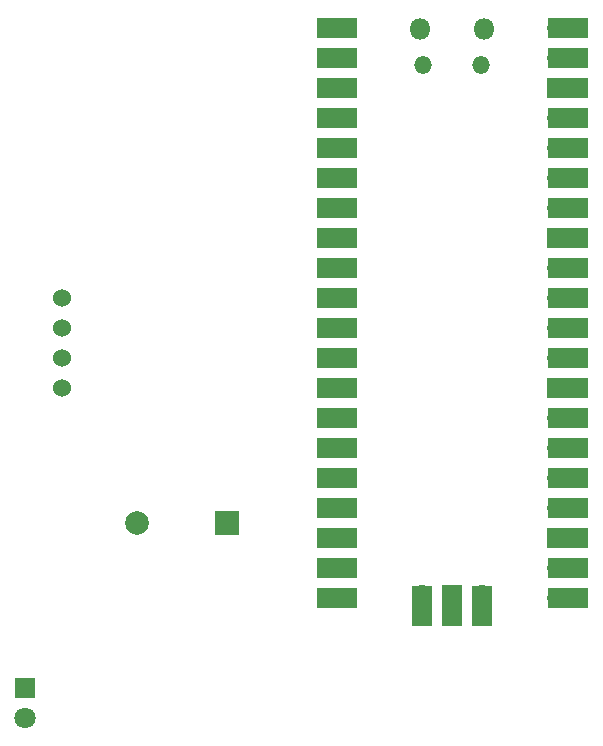
<source format=gbr>
%TF.GenerationSoftware,KiCad,Pcbnew,(7.0.0)*%
%TF.CreationDate,2023-11-05T01:23:08-04:00*%
%TF.ProjectId,Ultrasonic_ruler,556c7472-6173-46f6-9e69-635f72756c65,rev?*%
%TF.SameCoordinates,Original*%
%TF.FileFunction,Soldermask,Top*%
%TF.FilePolarity,Negative*%
%FSLAX46Y46*%
G04 Gerber Fmt 4.6, Leading zero omitted, Abs format (unit mm)*
G04 Created by KiCad (PCBNEW (7.0.0)) date 2023-11-05 01:23:08*
%MOMM*%
%LPD*%
G01*
G04 APERTURE LIST*
%ADD10C,1.530000*%
%ADD11R,2.000000X2.000000*%
%ADD12C,2.000000*%
%ADD13R,1.800000X1.800000*%
%ADD14C,1.800000*%
%ADD15O,1.800000X1.800000*%
%ADD16O,1.500000X1.500000*%
%ADD17O,1.700000X1.700000*%
%ADD18R,3.500000X1.700000*%
%ADD19R,1.700000X1.700000*%
%ADD20R,1.700000X3.500000*%
G04 APERTURE END LIST*
D10*
%TO.C,US SENSOR*%
X96520000Y-67310000D03*
X96520000Y-69850000D03*
X96520000Y-72390000D03*
X96520000Y-74930000D03*
%TD*%
D11*
%TO.C,BUZZER*%
X110479999Y-86359999D03*
D12*
X102880000Y-86360000D03*
%TD*%
D13*
%TO.C,LED*%
X93374999Y-100324999D03*
D14*
X93375000Y-102865000D03*
%TD*%
D15*
%TO.C,RP PICO*%
X126814999Y-44579999D03*
D16*
X127114999Y-47609999D03*
X131964999Y-47609999D03*
D15*
X132264999Y-44579999D03*
D17*
X120649999Y-44449999D03*
D18*
X119749999Y-44449999D03*
D17*
X120649999Y-46989999D03*
D18*
X119749999Y-46989999D03*
D19*
X120649999Y-49529999D03*
D18*
X119749999Y-49529999D03*
D17*
X120649999Y-52069999D03*
D18*
X119749999Y-52069999D03*
D17*
X120649999Y-54609999D03*
D18*
X119749999Y-54609999D03*
D17*
X120649999Y-57149999D03*
D18*
X119749999Y-57149999D03*
D17*
X120649999Y-59689999D03*
D18*
X119749999Y-59689999D03*
D19*
X120649999Y-62229999D03*
D18*
X119749999Y-62229999D03*
D17*
X120649999Y-64769999D03*
D18*
X119749999Y-64769999D03*
D17*
X120649999Y-67309999D03*
D18*
X119749999Y-67309999D03*
D17*
X120649999Y-69849999D03*
D18*
X119749999Y-69849999D03*
D17*
X120649999Y-72389999D03*
D18*
X119749999Y-72389999D03*
D19*
X120649999Y-74929999D03*
D18*
X119749999Y-74929999D03*
D17*
X120649999Y-77469999D03*
D18*
X119749999Y-77469999D03*
D17*
X120649999Y-80009999D03*
D18*
X119749999Y-80009999D03*
D17*
X120649999Y-82549999D03*
D18*
X119749999Y-82549999D03*
D17*
X120649999Y-85089999D03*
D18*
X119749999Y-85089999D03*
D19*
X120649999Y-87629999D03*
D18*
X119749999Y-87629999D03*
D17*
X120649999Y-90169999D03*
D18*
X119749999Y-90169999D03*
D17*
X120649999Y-92709999D03*
D18*
X119749999Y-92709999D03*
D17*
X138429999Y-92709999D03*
D18*
X139329999Y-92709999D03*
D17*
X138429999Y-90169999D03*
D18*
X139329999Y-90169999D03*
D19*
X138429999Y-87629999D03*
D18*
X139329999Y-87629999D03*
D17*
X138429999Y-85089999D03*
D18*
X139329999Y-85089999D03*
D17*
X138429999Y-82549999D03*
D18*
X139329999Y-82549999D03*
D17*
X138429999Y-80009999D03*
D18*
X139329999Y-80009999D03*
D17*
X138429999Y-77469999D03*
D18*
X139329999Y-77469999D03*
D19*
X138429999Y-74929999D03*
D18*
X139329999Y-74929999D03*
D17*
X138429999Y-72389999D03*
D18*
X139329999Y-72389999D03*
D17*
X138429999Y-69849999D03*
D18*
X139329999Y-69849999D03*
D17*
X138429999Y-67309999D03*
D18*
X139329999Y-67309999D03*
D17*
X138429999Y-64769999D03*
D18*
X139329999Y-64769999D03*
D19*
X138429999Y-62229999D03*
D18*
X139329999Y-62229999D03*
D17*
X138429999Y-59689999D03*
D18*
X139329999Y-59689999D03*
D17*
X138429999Y-57149999D03*
D18*
X139329999Y-57149999D03*
D17*
X138429999Y-54609999D03*
D18*
X139329999Y-54609999D03*
D17*
X138429999Y-52069999D03*
D18*
X139329999Y-52069999D03*
D19*
X138429999Y-49529999D03*
D18*
X139329999Y-49529999D03*
D17*
X138429999Y-46989999D03*
D18*
X139329999Y-46989999D03*
D17*
X138429999Y-44449999D03*
D18*
X139329999Y-44449999D03*
D17*
X126999999Y-92479999D03*
D20*
X126999999Y-93379999D03*
D19*
X129539999Y-92479999D03*
D20*
X129539999Y-93379999D03*
D17*
X132079999Y-92479999D03*
D20*
X132079999Y-93379999D03*
%TD*%
M02*

</source>
